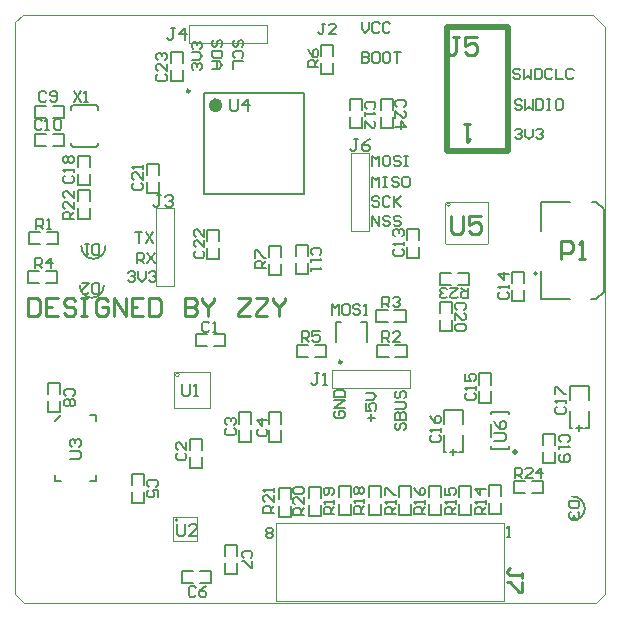
<source format=gto>
G04*
G04 #@! TF.GenerationSoftware,Altium Limited,Altium Designer,18.1.8 (232)*
G04*
G04 Layer_Color=65535*
%FSLAX25Y25*%
%MOIN*%
G70*
G01*
G75*
%ADD10C,0.00984*%
%ADD11C,0.00787*%
%ADD12C,0.00394*%
%ADD13C,0.00500*%
%ADD14C,0.02362*%
%ADD15C,0.00709*%
%ADD16C,0.00039*%
%ADD17C,0.01968*%
%ADD18C,0.00800*%
%ADD19C,0.01000*%
D10*
X108792Y80208D02*
G03*
X108792Y80208I-492J0D01*
G01*
X58142Y170520D02*
G03*
X58142Y170520I-492J0D01*
G01*
X4300Y101404D02*
Y95500D01*
X7252D01*
X8236Y96484D01*
Y100420D01*
X7252Y101404D01*
X4300D01*
X14139D02*
X10204D01*
Y95500D01*
X14139D01*
X10204Y98452D02*
X12172D01*
X20043Y100420D02*
X19059Y101404D01*
X17091D01*
X16107Y100420D01*
Y99436D01*
X17091Y98452D01*
X19059D01*
X20043Y97468D01*
Y96484D01*
X19059Y95500D01*
X17091D01*
X16107Y96484D01*
X22011Y101404D02*
X23979D01*
X22995D01*
Y95500D01*
X22011D01*
X23979D01*
X30866Y100420D02*
X29882Y101404D01*
X27914D01*
X26930Y100420D01*
Y96484D01*
X27914Y95500D01*
X29882D01*
X30866Y96484D01*
Y98452D01*
X28898D01*
X32834Y95500D02*
Y101404D01*
X36770Y95500D01*
Y101404D01*
X42673D02*
X38738D01*
Y95500D01*
X42673D01*
X38738Y98452D02*
X40705D01*
X44641Y101404D02*
Y95500D01*
X47593D01*
X48577Y96484D01*
Y100420D01*
X47593Y101404D01*
X44641D01*
X56449D02*
Y95500D01*
X59400D01*
X60384Y96484D01*
Y97468D01*
X59400Y98452D01*
X56449D01*
X59400D01*
X60384Y99436D01*
Y100420D01*
X59400Y101404D01*
X56449D01*
X62352D02*
Y100420D01*
X64320Y98452D01*
X66288Y100420D01*
Y101404D01*
X64320Y98452D02*
Y95500D01*
X74159Y101404D02*
X78095D01*
Y100420D01*
X74159Y96484D01*
Y95500D01*
X78095D01*
X80063Y101404D02*
X83999D01*
Y100420D01*
X80063Y96484D01*
Y95500D01*
X83999D01*
X85966Y101404D02*
Y100420D01*
X87934Y98452D01*
X89902Y100420D01*
Y101404D01*
X87934Y98452D02*
Y95500D01*
D11*
X173765Y109699D02*
G03*
X173765Y109699I-394J0D01*
G01*
X117118Y93421D02*
X117118Y87024D01*
X106882Y93421D02*
X106882Y87024D01*
X106882Y93421D02*
X108654Y93421D01*
X115347D02*
X117118Y93421D01*
X62768Y136268D02*
X96232D01*
X62768Y169732D02*
X96232D01*
Y136268D02*
Y169732D01*
X62768Y136268D02*
Y169732D01*
X127098Y59861D02*
X126508Y59271D01*
Y58090D01*
X127098Y57500D01*
X127689D01*
X128279Y58090D01*
Y59271D01*
X128869Y59861D01*
X129460D01*
X130050Y59271D01*
Y58090D01*
X129460Y57500D01*
X126508Y61042D02*
X130050D01*
Y62813D01*
X129460Y63404D01*
X128869D01*
X128279Y62813D01*
Y61042D01*
Y62813D01*
X127689Y63404D01*
X127098D01*
X126508Y62813D01*
Y61042D01*
Y64584D02*
X129460D01*
X130050Y65175D01*
Y66355D01*
X129460Y66946D01*
X126508D01*
X127098Y70488D02*
X126508Y69898D01*
Y68717D01*
X127098Y68126D01*
X127689D01*
X128279Y68717D01*
Y69898D01*
X128869Y70488D01*
X129460D01*
X130050Y69898D01*
Y68717D01*
X129460Y68126D01*
X118579Y60500D02*
Y62861D01*
X117398Y61681D02*
X119760D01*
X116808Y66404D02*
Y64042D01*
X118579D01*
X117989Y65223D01*
Y65813D01*
X118579Y66404D01*
X119760D01*
X120350Y65813D01*
Y64632D01*
X119760Y64042D01*
X116808Y67584D02*
X119169D01*
X120350Y68765D01*
X119169Y69946D01*
X116808D01*
X106802Y63861D02*
X106211Y63271D01*
Y62090D01*
X106802Y61500D01*
X109163D01*
X109753Y62090D01*
Y63271D01*
X109163Y63861D01*
X107982D01*
Y62681D01*
X109753Y65042D02*
X106211D01*
X109753Y67404D01*
X106211D01*
Y68584D02*
X109753D01*
Y70355D01*
X109163Y70946D01*
X106802D01*
X106211Y70355D01*
Y68584D01*
X83500Y24452D02*
X84090Y25042D01*
X85271D01*
X85861Y24452D01*
Y23861D01*
X85271Y23271D01*
X85861Y22681D01*
Y22090D01*
X85271Y21500D01*
X84090D01*
X83500Y22090D01*
Y22681D01*
X84090Y23271D01*
X83500Y23861D01*
Y24452D01*
X84090Y23271D02*
X85271D01*
X163856Y22000D02*
X165037D01*
X164447D01*
Y25542D01*
X163856Y24952D01*
X119000Y125500D02*
Y129042D01*
X121361Y125500D01*
Y129042D01*
X124904Y128452D02*
X124313Y129042D01*
X123133D01*
X122542Y128452D01*
Y127861D01*
X123133Y127271D01*
X124313D01*
X124904Y126681D01*
Y126090D01*
X124313Y125500D01*
X123133D01*
X122542Y126090D01*
X128446Y128452D02*
X127855Y129042D01*
X126675D01*
X126084Y128452D01*
Y127861D01*
X126675Y127271D01*
X127855D01*
X128446Y126681D01*
Y126090D01*
X127855Y125500D01*
X126675D01*
X126084Y126090D01*
X121361Y134952D02*
X120771Y135542D01*
X119590D01*
X119000Y134952D01*
Y134361D01*
X119590Y133771D01*
X120771D01*
X121361Y133181D01*
Y132590D01*
X120771Y132000D01*
X119590D01*
X119000Y132590D01*
X124904Y134952D02*
X124313Y135542D01*
X123133D01*
X122542Y134952D01*
Y132590D01*
X123133Y132000D01*
X124313D01*
X124904Y132590D01*
X126084Y135542D02*
Y132000D01*
Y133181D01*
X128446Y135542D01*
X126675Y133771D01*
X128446Y132000D01*
X119000Y138500D02*
Y142042D01*
X120181Y140861D01*
X121361Y142042D01*
Y138500D01*
X122542Y142042D02*
X123723D01*
X123133D01*
Y138500D01*
X122542D01*
X123723D01*
X127855Y141452D02*
X127265Y142042D01*
X126084D01*
X125494Y141452D01*
Y140861D01*
X126084Y140271D01*
X127265D01*
X127855Y139681D01*
Y139090D01*
X127265Y138500D01*
X126084D01*
X125494Y139090D01*
X130807Y142042D02*
X129627D01*
X129036Y141452D01*
Y139090D01*
X129627Y138500D01*
X130807D01*
X131398Y139090D01*
Y141452D01*
X130807Y142042D01*
X119000Y145500D02*
Y149042D01*
X120181Y147861D01*
X121361Y149042D01*
Y145500D01*
X124313Y149042D02*
X123133D01*
X122542Y148452D01*
Y146090D01*
X123133Y145500D01*
X124313D01*
X124904Y146090D01*
Y148452D01*
X124313Y149042D01*
X128446Y148452D02*
X127855Y149042D01*
X126675D01*
X126084Y148452D01*
Y147861D01*
X126675Y147271D01*
X127855D01*
X128446Y146681D01*
Y146090D01*
X127855Y145500D01*
X126675D01*
X126084Y146090D01*
X129627Y149042D02*
X130807D01*
X130217D01*
Y145500D01*
X129627D01*
X130807D01*
X40000Y123542D02*
X42361D01*
X41181D01*
Y120000D01*
X43542Y123542D02*
X45904Y120000D01*
Y123542D02*
X43542Y120000D01*
X40500Y113150D02*
Y116692D01*
X42271D01*
X42861Y116102D01*
Y114921D01*
X42271Y114331D01*
X40500D01*
X41681D02*
X42861Y113150D01*
X44042Y116692D02*
X46404Y113150D01*
Y116692D02*
X44042Y113150D01*
X37500Y109952D02*
X38090Y110542D01*
X39271D01*
X39861Y109952D01*
Y109361D01*
X39271Y108771D01*
X38681D01*
X39271D01*
X39861Y108181D01*
Y107590D01*
X39271Y107000D01*
X38090D01*
X37500Y107590D01*
X41042Y110542D02*
Y108181D01*
X42223Y107000D01*
X43404Y108181D01*
Y110542D01*
X44584Y109952D02*
X45175Y110542D01*
X46355D01*
X46946Y109952D01*
Y109361D01*
X46355Y108771D01*
X45765D01*
X46355D01*
X46946Y108181D01*
Y107590D01*
X46355Y107000D01*
X45175D01*
X44584Y107590D01*
X75452Y185139D02*
X76042Y185729D01*
Y186910D01*
X75452Y187500D01*
X74861D01*
X74271Y186910D01*
Y185729D01*
X73681Y185139D01*
X73090D01*
X72500Y185729D01*
Y186910D01*
X73090Y187500D01*
X75452Y181596D02*
X76042Y182187D01*
Y183368D01*
X75452Y183958D01*
X73090D01*
X72500Y183368D01*
Y182187D01*
X73090Y181596D01*
X76042Y180416D02*
X72500D01*
Y178054D01*
X68452Y185139D02*
X69042Y185729D01*
Y186910D01*
X68452Y187500D01*
X67861D01*
X67271Y186910D01*
Y185729D01*
X66681Y185139D01*
X66090D01*
X65500Y185729D01*
Y186910D01*
X66090Y187500D01*
X69042Y183958D02*
X65500D01*
Y182187D01*
X66090Y181596D01*
X68452D01*
X69042Y182187D01*
Y183958D01*
X65500Y180416D02*
X67861D01*
X69042Y179235D01*
X67861Y178054D01*
X65500D01*
X67271D01*
Y180416D01*
X59348Y177500D02*
X58758Y178090D01*
Y179271D01*
X59348Y179861D01*
X59939D01*
X60529Y179271D01*
Y178681D01*
Y179271D01*
X61119Y179861D01*
X61710D01*
X62300Y179271D01*
Y178090D01*
X61710Y177500D01*
X58758Y181042D02*
X61119D01*
X62300Y182223D01*
X61119Y183404D01*
X58758D01*
X59348Y184584D02*
X58758Y185175D01*
Y186355D01*
X59348Y186946D01*
X59939D01*
X60529Y186355D01*
Y185765D01*
Y186355D01*
X61119Y186946D01*
X61710D01*
X62300Y186355D01*
Y185175D01*
X61710Y184584D01*
X166500Y157452D02*
X167090Y158042D01*
X168271D01*
X168861Y157452D01*
Y156861D01*
X168271Y156271D01*
X167681D01*
X168271D01*
X168861Y155681D01*
Y155090D01*
X168271Y154500D01*
X167090D01*
X166500Y155090D01*
X170042Y158042D02*
Y155681D01*
X171223Y154500D01*
X172404Y155681D01*
Y158042D01*
X173584Y157452D02*
X174175Y158042D01*
X175355D01*
X175946Y157452D01*
Y156861D01*
X175355Y156271D01*
X174765D01*
X175355D01*
X175946Y155681D01*
Y155090D01*
X175355Y154500D01*
X174175D01*
X173584Y155090D01*
X168861Y167152D02*
X168271Y167742D01*
X167090D01*
X166500Y167152D01*
Y166561D01*
X167090Y165971D01*
X168271D01*
X168861Y165381D01*
Y164790D01*
X168271Y164200D01*
X167090D01*
X166500Y164790D01*
X170042Y167742D02*
Y164200D01*
X171223Y165381D01*
X172404Y164200D01*
Y167742D01*
X173584D02*
Y164200D01*
X175355D01*
X175946Y164790D01*
Y167152D01*
X175355Y167742D01*
X173584D01*
X177127D02*
X178307D01*
X177717D01*
Y164200D01*
X177127D01*
X178307D01*
X181849Y167742D02*
X180669D01*
X180078Y167152D01*
Y164790D01*
X180669Y164200D01*
X181849D01*
X182440Y164790D01*
Y167152D01*
X181849Y167742D01*
X168361Y177452D02*
X167771Y178042D01*
X166590D01*
X166000Y177452D01*
Y176861D01*
X166590Y176271D01*
X167771D01*
X168361Y175681D01*
Y175090D01*
X167771Y174500D01*
X166590D01*
X166000Y175090D01*
X169542Y178042D02*
Y174500D01*
X170723Y175681D01*
X171904Y174500D01*
Y178042D01*
X173084D02*
Y174500D01*
X174855D01*
X175446Y175090D01*
Y177452D01*
X174855Y178042D01*
X173084D01*
X178988Y177452D02*
X178398Y178042D01*
X177217D01*
X176627Y177452D01*
Y175090D01*
X177217Y174500D01*
X178398D01*
X178988Y175090D01*
X180169Y178042D02*
Y174500D01*
X182530D01*
X186072Y177452D02*
X185482Y178042D01*
X184301D01*
X183711Y177452D01*
Y175090D01*
X184301Y174500D01*
X185482D01*
X186072Y175090D01*
X115500Y183542D02*
Y180000D01*
X117271D01*
X117861Y180590D01*
Y181181D01*
X117271Y181771D01*
X115500D01*
X117271D01*
X117861Y182361D01*
Y182952D01*
X117271Y183542D01*
X115500D01*
X120813D02*
X119632D01*
X119042Y182952D01*
Y180590D01*
X119632Y180000D01*
X120813D01*
X121404Y180590D01*
Y182952D01*
X120813Y183542D01*
X124355D02*
X123175D01*
X122584Y182952D01*
Y180590D01*
X123175Y180000D01*
X124355D01*
X124946Y180590D01*
Y182952D01*
X124355Y183542D01*
X126127D02*
X128488D01*
X127307D01*
Y180000D01*
X115500Y193542D02*
Y191181D01*
X116681Y190000D01*
X117861Y191181D01*
Y193542D01*
X121404Y192952D02*
X120813Y193542D01*
X119632D01*
X119042Y192952D01*
Y190590D01*
X119632Y190000D01*
X120813D01*
X121404Y190590D01*
X124946Y192952D02*
X124355Y193542D01*
X123175D01*
X122584Y192952D01*
Y190590D01*
X123175Y190000D01*
X124355D01*
X124946Y190590D01*
X19500Y170463D02*
X21861Y166921D01*
Y170463D02*
X19500Y166921D01*
X23042D02*
X24223D01*
X23632D01*
Y170463D01*
X23042Y169873D01*
X159564Y54000D02*
X162844D01*
X163500Y54656D01*
Y55968D01*
X162844Y56624D01*
X159564D01*
Y60560D02*
X160220Y59248D01*
X161532Y57936D01*
X162844D01*
X163500Y58592D01*
Y59904D01*
X162844Y60560D01*
X162188D01*
X161532Y59904D01*
Y57936D01*
X71500Y167936D02*
Y164656D01*
X72156Y164000D01*
X73468D01*
X74124Y164656D01*
Y167936D01*
X77404Y164000D02*
Y167936D01*
X75436Y165968D01*
X78060D01*
X18064Y48000D02*
X21344D01*
X22000Y48656D01*
Y49968D01*
X21344Y50624D01*
X18064D01*
X18720Y51936D02*
X18064Y52592D01*
Y53904D01*
X18720Y54560D01*
X19376D01*
X20032Y53904D01*
Y53248D01*
Y53904D01*
X20688Y54560D01*
X21344D01*
X22000Y53904D01*
Y52592D01*
X21344Y51936D01*
X53994Y26074D02*
Y22794D01*
X54650Y22138D01*
X55962D01*
X56617Y22794D01*
Y26074D01*
X60553Y22138D02*
X57929D01*
X60553Y24762D01*
Y25418D01*
X59897Y26074D01*
X58585D01*
X57929Y25418D01*
X55500Y72786D02*
Y69506D01*
X56156Y68850D01*
X57468D01*
X58124Y69506D01*
Y72786D01*
X59436Y68850D02*
X60748D01*
X60092D01*
Y72786D01*
X59436Y72130D01*
X166500Y41500D02*
Y45042D01*
X168271D01*
X168861Y44452D01*
Y43271D01*
X168271Y42681D01*
X166500D01*
X167681D02*
X168861Y41500D01*
X172404D02*
X170042D01*
X172404Y43861D01*
Y44452D01*
X171813Y45042D01*
X170633D01*
X170042Y44452D01*
X175355Y41500D02*
Y45042D01*
X173584Y43271D01*
X175946D01*
X150923Y105000D02*
Y101458D01*
X149152D01*
X148561Y102048D01*
Y103229D01*
X149152Y103819D01*
X150923D01*
X149742D02*
X148561Y105000D01*
X145019D02*
X147381D01*
X145019Y102639D01*
Y102048D01*
X145609Y101458D01*
X146790D01*
X147381Y102048D01*
X143838D02*
X143248Y101458D01*
X142067D01*
X141477Y102048D01*
Y102639D01*
X142067Y103229D01*
X142658D01*
X142067D01*
X141477Y103819D01*
Y104410D01*
X142067Y105000D01*
X143248D01*
X143838Y104410D01*
X19500Y127800D02*
X15958D01*
Y129571D01*
X16548Y130161D01*
X17729D01*
X18319Y129571D01*
Y127800D01*
Y128981D02*
X19500Y130161D01*
Y133704D02*
Y131342D01*
X17139Y133704D01*
X16548D01*
X15958Y133113D01*
Y131932D01*
X16548Y131342D01*
X19500Y137246D02*
Y134884D01*
X17139Y137246D01*
X16548D01*
X15958Y136655D01*
Y135475D01*
X16548Y134884D01*
X86253Y29950D02*
X82711D01*
Y31721D01*
X83302Y32311D01*
X84482D01*
X85073Y31721D01*
Y29950D01*
Y31131D02*
X86253Y32311D01*
Y35854D02*
Y33492D01*
X83892Y35854D01*
X83302D01*
X82711Y35263D01*
Y34082D01*
X83302Y33492D01*
X86253Y37034D02*
Y38215D01*
Y37625D01*
X82711D01*
X83302Y37034D01*
X96253Y29200D02*
X92711D01*
Y30971D01*
X93302Y31561D01*
X94482D01*
X95073Y30971D01*
Y29200D01*
Y30381D02*
X96253Y31561D01*
Y35104D02*
Y32742D01*
X93892Y35104D01*
X93302D01*
X92711Y34513D01*
Y33332D01*
X93302Y32742D01*
Y36284D02*
X92711Y36875D01*
Y38055D01*
X93302Y38646D01*
X95663D01*
X96253Y38055D01*
Y36875D01*
X95663Y36284D01*
X93302D01*
X106260Y29500D02*
X102718D01*
Y31271D01*
X103308Y31861D01*
X104489D01*
X105079Y31271D01*
Y29500D01*
Y30681D02*
X106260Y31861D01*
Y33042D02*
Y34223D01*
Y33632D01*
X102718D01*
X103308Y33042D01*
X105669Y35994D02*
X106260Y36584D01*
Y37765D01*
X105669Y38355D01*
X103308D01*
X102718Y37765D01*
Y36584D01*
X103308Y35994D01*
X103898D01*
X104489Y36584D01*
Y38355D01*
X116260Y29700D02*
X112718D01*
Y31471D01*
X113308Y32061D01*
X114489D01*
X115079Y31471D01*
Y29700D01*
Y30881D02*
X116260Y32061D01*
Y33242D02*
Y34423D01*
Y33832D01*
X112718D01*
X113308Y33242D01*
Y36194D02*
X112718Y36784D01*
Y37965D01*
X113308Y38555D01*
X113898D01*
X114489Y37965D01*
X115079Y38555D01*
X115669D01*
X116260Y37965D01*
Y36784D01*
X115669Y36194D01*
X115079D01*
X114489Y36784D01*
X113898Y36194D01*
X113308D01*
X114489Y36784D02*
Y37965D01*
X126760Y29500D02*
X123218D01*
Y31271D01*
X123808Y31861D01*
X124989D01*
X125579Y31271D01*
Y29500D01*
Y30681D02*
X126760Y31861D01*
Y33042D02*
Y34223D01*
Y33632D01*
X123218D01*
X123808Y33042D01*
X123218Y35994D02*
Y38355D01*
X123808D01*
X126169Y35994D01*
X126760D01*
X136562Y29500D02*
X133019D01*
Y31271D01*
X133610Y31861D01*
X134790D01*
X135381Y31271D01*
Y29500D01*
Y30681D02*
X136562Y31861D01*
Y33042D02*
Y34223D01*
Y33632D01*
X133019D01*
X133610Y33042D01*
X133019Y38355D02*
X133610Y37175D01*
X134790Y35994D01*
X135971D01*
X136562Y36584D01*
Y37765D01*
X135971Y38355D01*
X135381D01*
X134790Y37765D01*
Y35994D01*
X146760Y29500D02*
X143218D01*
Y31271D01*
X143808Y31861D01*
X144989D01*
X145579Y31271D01*
Y29500D01*
Y30681D02*
X146760Y31861D01*
Y33042D02*
Y34223D01*
Y33632D01*
X143218D01*
X143808Y33042D01*
X143218Y38355D02*
Y35994D01*
X144989D01*
X144398Y37175D01*
Y37765D01*
X144989Y38355D01*
X146169D01*
X146760Y37765D01*
Y36584D01*
X146169Y35994D01*
X156760Y29500D02*
X153218D01*
Y31271D01*
X153808Y31861D01*
X154989D01*
X155579Y31271D01*
Y29500D01*
Y30681D02*
X156760Y31861D01*
Y33042D02*
Y34223D01*
Y33632D01*
X153218D01*
X153808Y33042D01*
X156760Y37765D02*
X153218D01*
X154989Y35994D01*
Y38355D01*
X83494Y111500D02*
X79951D01*
Y113271D01*
X80542Y113861D01*
X81722D01*
X82313Y113271D01*
Y111500D01*
Y112681D02*
X83494Y113861D01*
X79951Y115042D02*
Y117404D01*
X80542D01*
X82903Y115042D01*
X83494D01*
X101000Y178500D02*
X97458D01*
Y180271D01*
X98048Y180861D01*
X99229D01*
X99819Y180271D01*
Y178500D01*
Y179681D02*
X101000Y180861D01*
X97458Y184404D02*
X98048Y183223D01*
X99229Y182042D01*
X100410D01*
X101000Y182633D01*
Y183813D01*
X100410Y184404D01*
X99819D01*
X99229Y183813D01*
Y182042D01*
X95500Y87024D02*
Y90566D01*
X97271D01*
X97861Y89975D01*
Y88795D01*
X97271Y88204D01*
X95500D01*
X96681D02*
X97861Y87024D01*
X101404Y90566D02*
X99042D01*
Y88795D01*
X100223Y89385D01*
X100813D01*
X101404Y88795D01*
Y87614D01*
X100813Y87024D01*
X99633D01*
X99042Y87614D01*
X6600Y111500D02*
Y115042D01*
X8371D01*
X8961Y114452D01*
Y113271D01*
X8371Y112681D01*
X6600D01*
X7781D02*
X8961Y111500D01*
X11913D02*
Y115042D01*
X10142Y113271D01*
X12504D01*
X122350Y98500D02*
Y102042D01*
X124121D01*
X124711Y101452D01*
Y100271D01*
X124121Y99681D01*
X122350D01*
X123531D02*
X124711Y98500D01*
X125892Y101452D02*
X126482Y102042D01*
X127663D01*
X128254Y101452D01*
Y100861D01*
X127663Y100271D01*
X127073D01*
X127663D01*
X128254Y99681D01*
Y99090D01*
X127663Y98500D01*
X126482D01*
X125892Y99090D01*
X122350Y87000D02*
Y90542D01*
X124121D01*
X124711Y89952D01*
Y88771D01*
X124121Y88181D01*
X122350D01*
X123531D02*
X124711Y87000D01*
X128254D02*
X125892D01*
X128254Y89361D01*
Y89952D01*
X127663Y90542D01*
X126482D01*
X125892Y89952D01*
X7000Y124500D02*
Y128042D01*
X8771D01*
X9361Y127452D01*
Y126271D01*
X8771Y125681D01*
X7000D01*
X8181D02*
X9361Y124500D01*
X10542D02*
X11723D01*
X11133D01*
Y128042D01*
X10542Y127452D01*
X105500Y96000D02*
Y99542D01*
X106681Y98361D01*
X107861Y99542D01*
Y96000D01*
X110813Y99542D02*
X109633D01*
X109042Y98952D01*
Y96590D01*
X109633Y96000D01*
X110813D01*
X111404Y96590D01*
Y98952D01*
X110813Y99542D01*
X114946Y98952D02*
X114355Y99542D01*
X113175D01*
X112584Y98952D01*
Y98361D01*
X113175Y97771D01*
X114355D01*
X114946Y97181D01*
Y96590D01*
X114355Y96000D01*
X113175D01*
X112584Y96590D01*
X116127Y96000D02*
X117307D01*
X116717D01*
Y99542D01*
X116127Y98952D01*
X114117Y154609D02*
X112805D01*
X113461D01*
Y151329D01*
X112805Y150673D01*
X112150D01*
X111494Y151329D01*
X118053Y154609D02*
X116741Y153953D01*
X115429Y152641D01*
Y151329D01*
X116085Y150673D01*
X117397D01*
X118053Y151329D01*
Y151985D01*
X117397Y152641D01*
X115429D01*
X53124Y191436D02*
X51812D01*
X52468D01*
Y188156D01*
X51812Y187500D01*
X51156D01*
X50500Y188156D01*
X56404Y187500D02*
Y191436D01*
X54436Y189468D01*
X57060D01*
X48624Y135936D02*
X47312D01*
X47968D01*
Y132656D01*
X47312Y132000D01*
X46656D01*
X46000Y132656D01*
X49936Y135280D02*
X50592Y135936D01*
X51904D01*
X52560Y135280D01*
Y134624D01*
X51904Y133968D01*
X51248D01*
X51904D01*
X52560Y133312D01*
Y132656D01*
X51904Y132000D01*
X50592D01*
X49936Y132656D01*
X103267Y193042D02*
X102086D01*
X102676D01*
Y190090D01*
X102086Y189500D01*
X101496D01*
X100905Y190090D01*
X106809Y189500D02*
X104447D01*
X106809Y191861D01*
Y192452D01*
X106218Y193042D01*
X105038D01*
X104447Y192452D01*
X101124Y76436D02*
X99812D01*
X100468D01*
Y73156D01*
X99812Y72500D01*
X99156D01*
X98500Y73156D01*
X102436Y72500D02*
X103748D01*
X103092D01*
Y76436D01*
X102436Y75780D01*
X188042Y33910D02*
X184500D01*
Y32139D01*
X185090Y31549D01*
X187452D01*
X188042Y32139D01*
Y33910D01*
X187452Y30368D02*
X188042Y29778D01*
Y28597D01*
X187452Y28007D01*
X186861D01*
X186271Y28597D01*
Y29187D01*
Y28597D01*
X185681Y28007D01*
X185090D01*
X184500Y28597D01*
Y29778D01*
X185090Y30368D01*
X28000Y102891D02*
Y106433D01*
X26229D01*
X25639Y105843D01*
Y103481D01*
X26229Y102891D01*
X28000D01*
X22096Y106433D02*
X24458D01*
X22096Y104072D01*
Y103481D01*
X22687Y102891D01*
X23867D01*
X24458Y103481D01*
X28000Y115891D02*
Y119433D01*
X26229D01*
X25639Y118843D01*
Y116481D01*
X26229Y115891D01*
X28000D01*
X24458Y119433D02*
X23277D01*
X23867D01*
Y115891D01*
X24458Y116481D01*
X129652Y165139D02*
X130242Y165729D01*
Y166910D01*
X129652Y167500D01*
X127290D01*
X126700Y166910D01*
Y165729D01*
X127290Y165139D01*
X126700Y161596D02*
Y163958D01*
X129061Y161596D01*
X129652D01*
X130242Y162187D01*
Y163367D01*
X129652Y163958D01*
X126700Y158645D02*
X130242D01*
X128471Y160416D01*
Y158054D01*
X47548Y176161D02*
X46958Y175571D01*
Y174390D01*
X47548Y173800D01*
X49910D01*
X50500Y174390D01*
Y175571D01*
X49910Y176161D01*
X50500Y179704D02*
Y177342D01*
X48139Y179704D01*
X47548D01*
X46958Y179113D01*
Y177933D01*
X47548Y177342D01*
Y180884D02*
X46958Y181475D01*
Y182655D01*
X47548Y183246D01*
X48139D01*
X48729Y182655D01*
Y182065D01*
Y182655D01*
X49319Y183246D01*
X49910D01*
X50500Y182655D01*
Y181475D01*
X49910Y180884D01*
X60048Y117311D02*
X59458Y116721D01*
Y115540D01*
X60048Y114950D01*
X62410D01*
X63000Y115540D01*
Y116721D01*
X62410Y117311D01*
X63000Y120854D02*
Y118492D01*
X60639Y120854D01*
X60048D01*
X59458Y120263D01*
Y119082D01*
X60048Y118492D01*
X63000Y124396D02*
Y122034D01*
X60639Y124396D01*
X60048D01*
X59458Y123805D01*
Y122625D01*
X60048Y122034D01*
X39548Y139861D02*
X38958Y139271D01*
Y138090D01*
X39548Y137500D01*
X41910D01*
X42500Y138090D01*
Y139271D01*
X41910Y139861D01*
X42500Y143404D02*
Y141042D01*
X40139Y143404D01*
X39548D01*
X38958Y142813D01*
Y141632D01*
X39548Y141042D01*
X42500Y144584D02*
Y145765D01*
Y145175D01*
X38958D01*
X39548Y144584D01*
X149508Y97639D02*
X150099Y98229D01*
Y99410D01*
X149508Y100000D01*
X147147D01*
X146557Y99410D01*
Y98229D01*
X147147Y97639D01*
X146557Y94096D02*
Y96458D01*
X148918Y94096D01*
X149508D01*
X150099Y94687D01*
Y95868D01*
X149508Y96458D01*
Y92916D02*
X150099Y92325D01*
Y91145D01*
X149508Y90554D01*
X147147D01*
X146557Y91145D01*
Y92325D01*
X147147Y92916D01*
X149508D01*
X184181Y53539D02*
X184771Y54129D01*
Y55310D01*
X184181Y55900D01*
X181819D01*
X181229Y55310D01*
Y54129D01*
X181819Y53539D01*
X181229Y52358D02*
Y51177D01*
Y51767D01*
X184771D01*
X184181Y52358D01*
X181819Y49406D02*
X181229Y48816D01*
Y47635D01*
X181819Y47045D01*
X184181D01*
X184771Y47635D01*
Y48816D01*
X184181Y49406D01*
X183591D01*
X183000Y48816D01*
Y47045D01*
X16442Y142361D02*
X15851Y141771D01*
Y140590D01*
X16442Y140000D01*
X18803D01*
X19394Y140590D01*
Y141771D01*
X18803Y142361D01*
X19394Y143542D02*
Y144723D01*
Y144132D01*
X15851D01*
X16442Y143542D01*
Y146494D02*
X15851Y147084D01*
Y148265D01*
X16442Y148855D01*
X17032D01*
X17623Y148265D01*
X18213Y148855D01*
X18803D01*
X19394Y148265D01*
Y147084D01*
X18803Y146494D01*
X18213D01*
X17623Y147084D01*
X17032Y146494D01*
X16442D01*
X17623Y147084D02*
Y148265D01*
X180548Y65361D02*
X179958Y64771D01*
Y63590D01*
X180548Y63000D01*
X182910D01*
X183500Y63590D01*
Y64771D01*
X182910Y65361D01*
X183500Y66542D02*
Y67723D01*
Y67133D01*
X179958D01*
X180548Y66542D01*
X179958Y69494D02*
Y71855D01*
X180548D01*
X182910Y69494D01*
X183500D01*
X138802Y55861D02*
X138211Y55271D01*
Y54090D01*
X138802Y53500D01*
X141163D01*
X141753Y54090D01*
Y55271D01*
X141163Y55861D01*
X141753Y57042D02*
Y58223D01*
Y57632D01*
X138211D01*
X138802Y57042D01*
X138211Y62355D02*
X138802Y61175D01*
X139982Y59994D01*
X141163D01*
X141753Y60584D01*
Y61765D01*
X141163Y62355D01*
X140573D01*
X139982Y61765D01*
Y59994D01*
X150548Y69861D02*
X149958Y69271D01*
Y68090D01*
X150548Y67500D01*
X152910D01*
X153500Y68090D01*
Y69271D01*
X152910Y69861D01*
X153500Y71042D02*
Y72223D01*
Y71632D01*
X149958D01*
X150548Y71042D01*
X149958Y76355D02*
Y73994D01*
X151729D01*
X151139Y75175D01*
Y75765D01*
X151729Y76355D01*
X152910D01*
X153500Y75765D01*
Y74584D01*
X152910Y73994D01*
X161548Y103567D02*
X160958Y102977D01*
Y101796D01*
X161548Y101206D01*
X163910D01*
X164500Y101796D01*
Y102977D01*
X163910Y103567D01*
X164500Y104748D02*
Y105928D01*
Y105338D01*
X160958D01*
X161548Y104748D01*
X164500Y109471D02*
X160958D01*
X162729Y107700D01*
Y110061D01*
X126555Y117945D02*
X125964Y117354D01*
Y116173D01*
X126555Y115583D01*
X128916D01*
X129506Y116173D01*
Y117354D01*
X128916Y117945D01*
X129506Y119125D02*
Y120306D01*
Y119716D01*
X125964D01*
X126555Y119125D01*
Y122077D02*
X125964Y122667D01*
Y123848D01*
X126555Y124439D01*
X127145D01*
X127735Y123848D01*
Y123258D01*
Y123848D01*
X128326Y124439D01*
X128916D01*
X129506Y123848D01*
Y122667D01*
X128916Y122077D01*
X119452Y164634D02*
X120042Y165224D01*
Y166405D01*
X119452Y166995D01*
X117090D01*
X116500Y166405D01*
Y165224D01*
X117090Y164634D01*
X116500Y163453D02*
Y162272D01*
Y162863D01*
X120042D01*
X119452Y163453D01*
X116500Y158140D02*
Y160501D01*
X118861Y158140D01*
X119452D01*
X120042Y158730D01*
Y159911D01*
X119452Y160501D01*
X101452Y115839D02*
X102042Y116429D01*
Y117610D01*
X101452Y118200D01*
X99090D01*
X98500Y117610D01*
Y116429D01*
X99090Y115839D01*
X98500Y114658D02*
Y113477D01*
Y114067D01*
X102042D01*
X101452Y114658D01*
X98500Y111706D02*
Y110525D01*
Y111116D01*
X102042D01*
X101452Y111706D01*
X8861Y160590D02*
X8271Y161180D01*
X7090D01*
X6500Y160590D01*
Y158228D01*
X7090Y157638D01*
X8271D01*
X8861Y158228D01*
X10042Y157638D02*
X11223D01*
X10633D01*
Y161180D01*
X10042Y160590D01*
X12994D02*
X13584Y161180D01*
X14765D01*
X15355Y160590D01*
Y158228D01*
X14765Y157638D01*
X13584D01*
X12994Y158228D01*
Y160590D01*
X10361Y169956D02*
X9771Y170546D01*
X8590D01*
X8000Y169956D01*
Y167594D01*
X8590Y167004D01*
X9771D01*
X10361Y167594D01*
X11542D02*
X12133Y167004D01*
X13313D01*
X13904Y167594D01*
Y169956D01*
X13313Y170546D01*
X12133D01*
X11542Y169956D01*
Y169365D01*
X12133Y168775D01*
X13904D01*
X19286Y68939D02*
X19877Y69529D01*
Y70710D01*
X19286Y71300D01*
X16925D01*
X16335Y70710D01*
Y69529D01*
X16925Y68939D01*
X19286Y67758D02*
X19877Y67168D01*
Y65987D01*
X19286Y65396D01*
X18696D01*
X18106Y65987D01*
X17515Y65396D01*
X16925D01*
X16335Y65987D01*
Y67168D01*
X16925Y67758D01*
X17515D01*
X18106Y67168D01*
X18696Y67758D01*
X19286D01*
X18106Y67168D02*
Y65987D01*
X78452Y14939D02*
X79042Y15529D01*
Y16710D01*
X78452Y17300D01*
X76090D01*
X75500Y16710D01*
Y15529D01*
X76090Y14939D01*
X79042Y13758D02*
Y11396D01*
X78452D01*
X76090Y13758D01*
X75500D01*
X60095Y4945D02*
X59504Y5536D01*
X58324D01*
X57733Y4945D01*
Y2584D01*
X58324Y1994D01*
X59504D01*
X60095Y2584D01*
X63637Y5536D02*
X62456Y4945D01*
X61276Y3765D01*
Y2584D01*
X61866Y1994D01*
X63047D01*
X63637Y2584D01*
Y3174D01*
X63047Y3765D01*
X61276D01*
X46952Y38639D02*
X47542Y39229D01*
Y40410D01*
X46952Y41000D01*
X44590D01*
X44000Y40410D01*
Y39229D01*
X44590Y38639D01*
X47542Y35096D02*
Y37458D01*
X45771D01*
X46361Y36277D01*
Y35687D01*
X45771Y35096D01*
X44590D01*
X44000Y35687D01*
Y36867D01*
X44590Y37458D01*
X81048Y57861D02*
X80458Y57271D01*
Y56090D01*
X81048Y55500D01*
X83410D01*
X84000Y56090D01*
Y57271D01*
X83410Y57861D01*
X84000Y60813D02*
X80458D01*
X82229Y59042D01*
Y61404D01*
X70548Y58161D02*
X69958Y57571D01*
Y56390D01*
X70548Y55800D01*
X72910D01*
X73500Y56390D01*
Y57571D01*
X72910Y58161D01*
X70548Y59342D02*
X69958Y59933D01*
Y61113D01*
X70548Y61704D01*
X71139D01*
X71729Y61113D01*
Y60523D01*
Y61113D01*
X72319Y61704D01*
X72910D01*
X73500Y61113D01*
Y59933D01*
X72910Y59342D01*
X54048Y49861D02*
X53458Y49271D01*
Y48090D01*
X54048Y47500D01*
X56410D01*
X57000Y48090D01*
Y49271D01*
X56410Y49861D01*
X57000Y53404D02*
Y51042D01*
X54639Y53404D01*
X54048D01*
X53458Y52813D01*
Y51632D01*
X54048Y51042D01*
X64661Y93102D02*
X64071Y93692D01*
X62890D01*
X62300Y93102D01*
Y90740D01*
X62890Y90150D01*
X64071D01*
X64661Y90740D01*
X65842Y90150D02*
X67023D01*
X66432D01*
Y93692D01*
X65842Y93102D01*
D12*
X145041Y132776D02*
G03*
X145041Y132776I-689J0D01*
G01*
X54180Y27500D02*
G03*
X54180Y27500I-500J0D01*
G01*
X54628Y75953D02*
G03*
X54628Y75953I-707J0D01*
G01*
X105500Y71500D02*
X131500D01*
Y77500D01*
X105500D02*
X131500D01*
X105500Y71500D02*
Y77500D01*
X84000Y186500D02*
Y192500D01*
X58000Y186500D02*
X58500D01*
X58000D02*
Y192500D01*
X84000D01*
X58500Y186500D02*
X84000D01*
X47000Y105500D02*
X53000D01*
X47000Y131000D02*
Y131500D01*
X53000D01*
Y105500D02*
Y131500D01*
X47000Y105500D02*
Y131000D01*
X112000Y124000D02*
X118000D01*
X112000Y149500D02*
Y150000D01*
X118000D01*
Y124000D02*
Y150000D01*
X112000Y124000D02*
Y149500D01*
X52680Y20500D02*
Y28500D01*
Y20500D02*
X60680D01*
Y28500D01*
X52680D02*
X60680D01*
X52921Y76953D02*
X64921D01*
Y64953D02*
Y76953D01*
X52921Y64953D02*
X64921D01*
X52921D02*
Y76953D01*
X162753Y500D02*
Y26500D01*
X86753Y500D02*
X162753D01*
X86753D02*
Y26500D01*
X162753D01*
X0Y3000D02*
Y193500D01*
Y3000D02*
X3000Y0D01*
X193500D01*
X196500Y3000D01*
Y192000D01*
X0Y193500D02*
X2500Y196000D01*
X192500D01*
X196500Y192000D01*
D13*
X21502Y105828D02*
G03*
X29498Y105833I3998J-195D01*
G01*
X22002Y118828D02*
G03*
X29998Y118833I3998J-195D01*
G01*
X185605Y27413D02*
G03*
X185600Y35408I195J3998D01*
G01*
X193571Y133606D02*
X196071Y131105D01*
Y103706D02*
Y131105D01*
X191971Y101206D02*
X193571D01*
X196071Y103706D01*
X192071Y133606D02*
X193571D01*
X175271Y124005D02*
Y133606D01*
Y101206D02*
Y110705D01*
Y133606D02*
X184971D01*
X175271Y101206D02*
X184971D01*
X19100Y151842D02*
X26900Y151843D01*
X19100Y165842D02*
X26900Y165842D01*
X18400Y152542D02*
X19100Y151842D01*
X18400Y153343D02*
X18400Y152542D01*
X26900Y151843D02*
X27500Y152443D01*
X27500Y153342D02*
X27500Y152443D01*
X26900Y165842D02*
X27500Y165243D01*
X27500Y164342D01*
X18500Y165243D02*
X19100Y165842D01*
X18500Y165243D02*
X18500Y164343D01*
D14*
X67886Y165795D02*
G03*
X67886Y165795I-1181J0D01*
G01*
D15*
X94000Y81994D02*
X97700D01*
X94000D02*
Y85994D01*
X97700D01*
X100000D02*
X103700D01*
Y81994D02*
Y85994D01*
X100000Y81994D02*
X103700D01*
X120700Y81951D02*
X124400D01*
X120700D02*
Y85951D01*
X124400D01*
X126700D02*
X130400D01*
Y81951D02*
Y85951D01*
X126700Y81951D02*
X130400D01*
X120350Y93500D02*
X124050D01*
X120350D02*
Y97500D01*
X124050D01*
X126350D02*
X130050D01*
Y93500D02*
Y97500D01*
X126350Y93500D02*
X130050D01*
X141500Y96450D02*
Y100150D01*
X145500D01*
Y96450D02*
Y100150D01*
Y90450D02*
Y94150D01*
X141500Y90450D02*
X145500D01*
X141500D02*
Y94150D01*
X165500Y106450D02*
Y110150D01*
X169500D01*
Y106450D02*
Y110150D01*
Y100450D02*
Y104150D01*
X165500Y100450D02*
X169500D01*
X165500D02*
Y104150D01*
X130500Y120950D02*
Y124650D01*
X134500D01*
Y120950D02*
Y124650D01*
Y114950D02*
Y118650D01*
X130500Y114950D02*
X134500D01*
X130500D02*
Y118650D01*
X10600Y123440D02*
X14300D01*
Y119439D02*
Y123440D01*
X10600Y119439D02*
X14300D01*
X4600D02*
X8300D01*
X4600D02*
Y123440D01*
X8300D01*
X10300Y110440D02*
X14000D01*
Y106439D02*
Y110440D01*
X10300Y106439D02*
X14000D01*
X4300D02*
X8000D01*
X4300D02*
Y110440D01*
X8000D01*
X84494Y115100D02*
Y118800D01*
X88494D01*
Y115100D02*
Y118800D01*
Y109100D02*
Y112800D01*
X84494Y109100D02*
X88494D01*
X84494D02*
Y112800D01*
X68006Y114500D02*
Y118200D01*
X64006Y114500D02*
X68006D01*
X64006D02*
Y118200D01*
Y120500D02*
Y124200D01*
X68006D01*
Y120500D02*
Y124200D01*
X48006Y136550D02*
Y140250D01*
X44006Y136550D02*
X48006D01*
X44006D02*
Y140250D01*
Y142550D02*
Y146250D01*
X48006D01*
Y142550D02*
Y146250D01*
X51994Y179800D02*
Y183500D01*
X55994D01*
Y179800D02*
Y183500D01*
Y173800D02*
Y177500D01*
X51994Y173800D02*
X55994D01*
X51994D02*
Y177500D01*
X106006Y176200D02*
Y179900D01*
X102006Y176200D02*
X106006D01*
X102006D02*
Y179900D01*
Y182200D02*
Y185900D01*
X106006D01*
Y182200D02*
Y185900D01*
X20894Y133800D02*
Y137500D01*
X24894D01*
Y133800D02*
Y137500D01*
Y127800D02*
Y131500D01*
X20894Y127800D02*
X24894D01*
X20894D02*
Y131500D01*
Y145300D02*
Y149000D01*
X24894D01*
Y145300D02*
Y149000D01*
Y139300D02*
Y143000D01*
X20894Y139300D02*
X24894D01*
X20894D02*
Y143000D01*
X126006Y158200D02*
Y161900D01*
X122006Y158200D02*
X126006D01*
X122006D02*
Y161900D01*
Y164200D02*
Y167900D01*
X126006D01*
Y164200D02*
Y167900D01*
X93500Y115450D02*
Y119150D01*
X97500D01*
Y115450D02*
Y119150D01*
Y109450D02*
Y113150D01*
X93500Y109450D02*
X97500D01*
X93500D02*
Y113150D01*
X111494Y164095D02*
Y167795D01*
X115494D01*
Y164095D02*
Y167795D01*
Y158095D02*
Y161795D01*
X111494Y158095D02*
X115494D01*
X111494D02*
Y161795D01*
X147600Y110006D02*
X151300D01*
Y106006D02*
Y110006D01*
X147600Y106006D02*
X151300D01*
X141600D02*
X145300D01*
X141600D02*
Y110006D01*
X145300D01*
X38994Y39100D02*
Y42800D01*
X42994D01*
Y39100D02*
Y42800D01*
Y33100D02*
Y36800D01*
X38994Y33100D02*
X42994D01*
X38994D02*
Y36800D01*
X61450Y10500D02*
X65150D01*
Y6500D02*
Y10500D01*
X61450Y6500D02*
X65150D01*
X55450D02*
X59150D01*
X55450D02*
Y10500D01*
X59150D01*
X69994Y15600D02*
Y19300D01*
X73994D01*
Y15600D02*
Y19300D01*
Y9600D02*
Y13300D01*
X69994Y9600D02*
X73994D01*
X69994D02*
Y13300D01*
X10907Y69600D02*
Y73300D01*
X14907D01*
Y69600D02*
Y73300D01*
Y63600D02*
Y67300D01*
X10907Y63600D02*
X14907D01*
X10907D02*
Y67300D01*
X88500Y53700D02*
Y57400D01*
X84500Y53700D02*
X88500D01*
X84500D02*
Y57400D01*
Y59700D02*
Y63400D01*
X88500D01*
Y59700D02*
Y63400D01*
X78500Y53700D02*
Y57400D01*
X74500Y53700D02*
X78500D01*
X74500D02*
Y57400D01*
Y59700D02*
Y63400D01*
X78500D01*
Y59700D02*
Y63400D01*
X62110Y44850D02*
Y48550D01*
X58110Y44850D02*
X62110D01*
X58110D02*
Y48550D01*
Y50850D02*
Y54550D01*
X62110D01*
Y50850D02*
Y54550D01*
X66100Y89506D02*
X69800D01*
Y85506D02*
Y89506D01*
X66100Y85506D02*
X69800D01*
X60100D02*
X63800D01*
X60100D02*
Y89506D01*
X63800D01*
X12600Y156192D02*
X16300D01*
Y152191D02*
Y156192D01*
X12600Y152191D02*
X16300D01*
X6600D02*
X10300D01*
X6600D02*
Y156192D01*
X10300D01*
X12600Y165573D02*
X16300D01*
Y161573D02*
Y165573D01*
X12600Y161573D02*
X16300D01*
X6600D02*
X10300D01*
X6600D02*
Y165573D01*
X10300D01*
X172100Y40506D02*
X175800D01*
Y36506D02*
Y40506D01*
X172100Y36506D02*
X175800D01*
X166100D02*
X169800D01*
X166100D02*
Y40506D01*
X169800D01*
X175994Y52600D02*
Y56300D01*
X179994D01*
Y52600D02*
Y56300D01*
Y46600D02*
Y50300D01*
X175994Y46600D02*
X179994D01*
X175994D02*
Y50300D01*
X158506Y66700D02*
Y70400D01*
X154506Y66700D02*
X158506D01*
X154506D02*
Y70400D01*
Y72700D02*
Y76400D01*
X158506D01*
Y72700D02*
Y76400D01*
X107753Y35100D02*
Y38800D01*
X111753D01*
Y35100D02*
Y38800D01*
Y29100D02*
Y32800D01*
X107753Y29100D02*
X111753D01*
X107753D02*
Y32800D01*
X97747Y34800D02*
Y38500D01*
X101747D01*
Y34800D02*
Y38500D01*
Y28800D02*
Y32500D01*
X97747Y28800D02*
X101747D01*
X97747D02*
Y32500D01*
X87753Y34600D02*
Y38300D01*
X91753D01*
Y34600D02*
Y38300D01*
Y28600D02*
Y32300D01*
X87753Y28600D02*
X91753D01*
X87753D02*
Y32300D01*
X117747Y35100D02*
Y38800D01*
X121747D01*
Y35100D02*
Y38800D01*
Y29100D02*
Y32800D01*
X117747Y29100D02*
X121747D01*
X117747D02*
Y32800D01*
X127747Y35100D02*
Y38800D01*
X131747D01*
Y35100D02*
Y38800D01*
Y29100D02*
Y32800D01*
X127747Y29100D02*
X131747D01*
X127747D02*
Y32800D01*
X137753Y35100D02*
Y38800D01*
X141753D01*
Y35100D02*
Y38800D01*
Y29100D02*
Y32800D01*
X137753Y29100D02*
X141753D01*
X137753D02*
Y32800D01*
X147747Y35100D02*
Y38800D01*
X151747D01*
Y35100D02*
Y38800D01*
Y29100D02*
Y32800D01*
X147747Y29100D02*
X151747D01*
X147747D02*
Y32800D01*
X157753Y35450D02*
Y39150D01*
X161753D01*
Y35450D02*
Y39150D01*
Y29450D02*
Y33150D01*
X157753Y29450D02*
X161753D01*
X157753D02*
Y33150D01*
D16*
X143407Y133563D02*
X157501D01*
X143171Y133327D02*
X143407Y133563D01*
X143171Y119862D02*
Y133327D01*
Y119862D02*
X143486Y119547D01*
X157147D01*
X157501Y119902D01*
Y133563D01*
D17*
X164276Y150673D02*
Y192012D01*
X143842D02*
X164276D01*
X143842Y150673D02*
Y192012D01*
Y150673D02*
X164276D01*
X166400Y50260D02*
X166500D01*
D18*
X25000Y62400D02*
X26900D01*
Y60400D02*
Y62400D01*
X25000Y40673D02*
X26900D01*
Y42642D01*
X13110Y40673D02*
X15079D01*
X13110D02*
Y42642D01*
Y60400D02*
X15079Y62400D01*
X158500Y62860D02*
X158500Y63692D01*
X164500D01*
X158500Y55360D02*
X158500Y59660D01*
X158500Y52160D02*
X158500Y51260D01*
X164500Y62860D02*
Y63692D01*
Y51260D02*
Y52160D01*
X158500Y51260D02*
X164500D01*
X186794Y58300D02*
X189094D01*
X187994Y57200D02*
Y59300D01*
X189994Y58300D02*
X191294D01*
X184794D02*
X185694D01*
X184794Y72200D02*
X191294D01*
X184794Y67500D02*
Y72200D01*
X191294Y67500D02*
Y72200D01*
Y58300D02*
Y63900D01*
X184794Y58300D02*
Y63800D01*
X144794Y50300D02*
X147094D01*
X145994Y49200D02*
Y51300D01*
X147994Y50300D02*
X149294D01*
X142794D02*
X143694D01*
X142794Y64200D02*
X149294D01*
X142794Y59500D02*
Y64200D01*
X149294Y59500D02*
Y64200D01*
Y50300D02*
Y55900D01*
X142794Y50300D02*
Y55800D01*
D19*
X151677Y159689D02*
X149678D01*
X150678D01*
Y153691D01*
X151677Y154691D01*
X145300Y128998D02*
Y124000D01*
X146300Y123000D01*
X148299D01*
X149299Y124000D01*
Y128998D01*
X155297D02*
X151298D01*
Y125999D01*
X153297Y126999D01*
X154297D01*
X155297Y125999D01*
Y124000D01*
X154297Y123000D01*
X152298D01*
X151298Y124000D01*
X182000Y114500D02*
Y120498D01*
X184999D01*
X185999Y119498D01*
Y117499D01*
X184999Y116499D01*
X182000D01*
X187998Y114500D02*
X189997D01*
X188998D01*
Y120498D01*
X187998Y119498D01*
X168723Y8351D02*
Y9926D01*
Y9139D01*
X164787D01*
X164000Y9926D01*
Y10713D01*
X164787Y11500D01*
X168723Y6777D02*
Y3629D01*
X167936D01*
X164787Y6777D01*
X164000D01*
X147841Y188498D02*
X145842D01*
X146842D01*
Y183500D01*
X145842Y182500D01*
X144842D01*
X143842Y183500D01*
X153839Y188498D02*
X149841D01*
Y185499D01*
X151840Y186499D01*
X152840D01*
X153839Y185499D01*
Y183500D01*
X152840Y182500D01*
X150840D01*
X149841Y183500D01*
M02*

</source>
